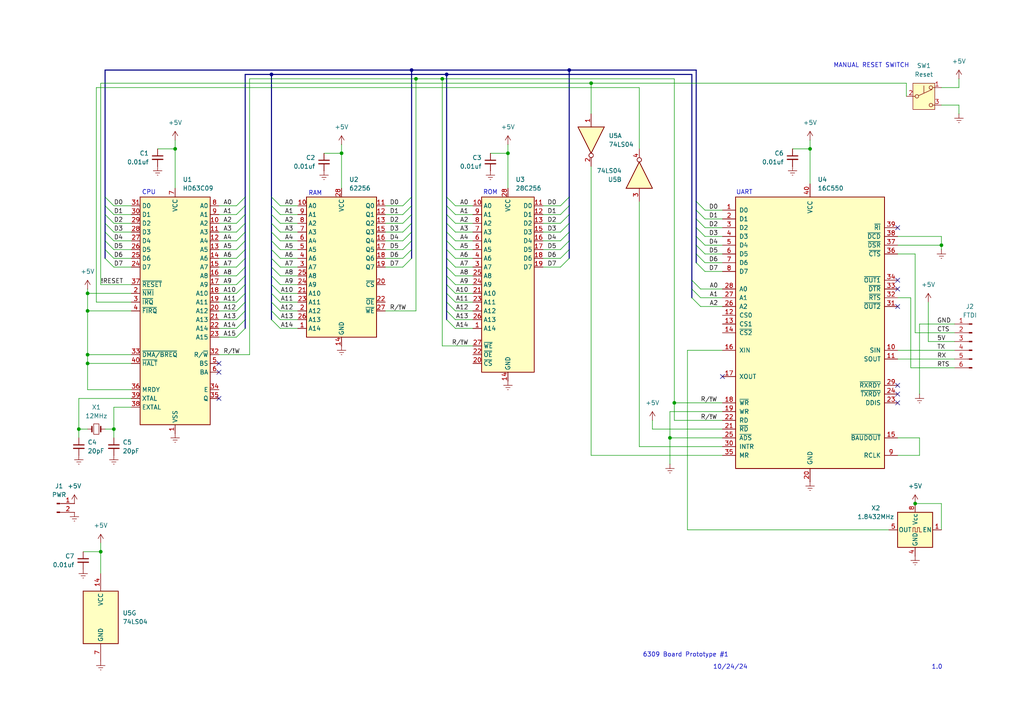
<source format=kicad_sch>
(kicad_sch (version 20231120) (generator "eeschema") (generator_version "8.0")
  (paper "A4")
  (lib_symbols
    (symbol "74xx:74LS04"
      (property "Reference" "U" (at 0 1.27 0))
      (property "Value" "74LS04" (at 0 -1.27 0))
      (symbol "74LS04_1_0"
        (pin input line (at -7.62 0 0) (length 3.81) (name "~") (number "1"))
        (pin output inverted (at 7.62 0 180) (length 3.81) (name "~") (number "2"))
      )
      (symbol "74LS04_2_0"
        (pin input line (at -7.62 0 0) (length 3.81) (name "~") (number "3"))
        (pin output inverted (at 7.62 0 180) (length 3.81) (name "~") (number "4"))
      )
      (symbol "74LS04_3_0"
        (pin input line (at -7.62 0 0) (length 3.81) (name "~") (number "5"))
        (pin output inverted (at 7.62 0 180) (length 3.81) (name "~") (number "6"))
      )
      (symbol "74LS04_4_0"
        (pin output inverted (at 7.62 0 180) (length 3.81) (name "~") (number "8"))
        (pin input line (at -7.62 0 0) (length 3.81) (name "~") (number "9"))
      )
      (symbol "74LS04_5_0"
        (pin output inverted (at 7.62 0 180) (length 3.81) (name "~") (number "10"))
        (pin input line (at -7.62 0 0) (length 3.81) (name "~") (number "11"))
      )
      (symbol "74LS04_6_0"
        (pin output inverted (at 7.62 0 180) (length 3.81) (name "~") (number "12"))
        (pin input line (at -7.62 0 0) (length 3.81) (name "~") (number "13"))
      )
      (symbol "74LS04_7_0"
        (pin power_in line (at 0 12.7 270) (length 5.08) (name "VCC") (number "14"))
        (pin power_in line (at 0 -12.7 90) (length 5.08) (name "GND") (number "7"))
      )
    )
    (symbol "CPU_NXP_6800:MC6809"
      (property "Reference" "U1" (at 2.1941 38.1 0))
      (property "Value" "HD63C09" (at 2.1941 35.56 0))
      (symbol "MC6809_1_1"
        (pin power_in line (at 0 -35.56 90) (length 2.54) (name "VSS") (number "1"))
        (pin output line (at 12.7 25.4 180) (length 2.54) (name "A2") (number "10"))
        (pin output line (at 12.7 22.86 180) (length 2.54) (name "A3") (number "11"))
        (pin output line (at 12.7 20.32 180) (length 2.54) (name "A4") (number "12"))
        (pin output line (at 12.7 17.78 180) (length 2.54) (name "A5") (number "13"))
        (pin output line (at 12.7 15.24 180) (length 2.54) (name "A6") (number "14"))
        (pin output line (at 12.7 12.7 180) (length 2.54) (name "A7") (number "15"))
        (pin output line (at 12.7 10.16 180) (length 2.54) (name "A8") (number "16"))
        (pin output line (at 12.7 7.62 180) (length 2.54) (name "A9") (number "17"))
        (pin output line (at 12.7 5.08 180) (length 2.54) (name "A10") (number "18"))
        (pin output line (at 12.7 2.54 180) (length 2.54) (name "A11") (number "19"))
        (pin input line (at -12.7 5.08 0) (length 2.54) (name "~{NMI}") (number "2"))
        (pin output line (at 12.7 0 180) (length 2.54) (name "A12") (number "20"))
        (pin output line (at 12.7 -2.54 180) (length 2.54) (name "A13") (number "21"))
        (pin output line (at 12.7 -5.08 180) (length 2.54) (name "A14") (number "22"))
        (pin output line (at 12.7 -7.62 180) (length 2.54) (name "A15") (number "23"))
        (pin bidirectional line (at -12.7 12.7 0) (length 2.54) (name "D7") (number "24"))
        (pin bidirectional line (at -12.7 15.24 0) (length 2.54) (name "D6") (number "25"))
        (pin bidirectional line (at -12.7 17.78 0) (length 2.54) (name "D5") (number "26"))
        (pin bidirectional line (at -12.7 20.32 0) (length 2.54) (name "D4") (number "27"))
        (pin bidirectional line (at -12.7 22.86 0) (length 2.54) (name "D3") (number "28"))
        (pin bidirectional line (at -12.7 25.4 0) (length 2.54) (name "D2") (number "29"))
        (pin input line (at -12.7 2.54 0) (length 2.54) (name "~{IRQ}") (number "3"))
        (pin bidirectional line (at -12.7 27.94 0) (length 2.54) (name "D1") (number "30"))
        (pin bidirectional line (at -12.7 30.48 0) (length 2.54) (name "D0") (number "31"))
        (pin output line (at 12.7 -12.7 180) (length 2.54) (name "R/~{W}") (number "32"))
        (pin input line (at -12.7 -12.7 0) (length 2.54) (name "~{DMA/BREQ}") (number "33"))
        (pin output line (at 12.7 -22.86 180) (length 2.54) (name "E") (number "34"))
        (pin output line (at 12.7 -25.4 180) (length 2.54) (name "Q") (number "35"))
        (pin input line (at -12.7 -22.86 0) (length 2.54) (name "MRDY") (number "36"))
        (pin input line (at -12.7 7.62 0) (length 2.54) (name "~{RESET}") (number "37"))
        (pin input line (at -12.7 -27.94 0) (length 2.54) (name "EXTAL") (number "38"))
        (pin input line (at -12.7 -25.4 0) (length 2.54) (name "XTAL") (number "39"))
        (pin input line (at -12.7 0 0) (length 2.54) (name "~{FIRQ}") (number "4"))
        (pin input line (at -12.7 -15.24 0) (length 2.54) (name "~{HALT}") (number "40"))
        (pin output line (at 12.7 -15.24 180) (length 2.54) (name "BS") (number "5"))
        (pin output line (at 12.7 -17.78 180) (length 2.54) (name "BA") (number "6"))
        (pin power_in line (at 0 35.56 270) (length 2.54) (name "VCC") (number "7"))
        (pin output line (at 12.7 30.48 180) (length 2.54) (name "A0") (number "8"))
        (pin output line (at 12.7 27.94 180) (length 2.54) (name "A1") (number "9"))
      )
    )
    (symbol "Connector:Conn_01x02_Pin" (pin_names (offset 1.016) hide)
      (property "Reference" "J" (at 0 2.54 0))
      (property "Value" "Conn_01x02_Pin" (at 0 -5.08 0))
      (symbol "Conn_01x02_Pin_1_1"
        (pin passive line (at 5.08 0 180) (length 3.81) (name "Pin_1") (number "1"))
        (pin passive line (at 5.08 -2.54 180) (length 3.81) (name "Pin_2") (number "2"))
      )
    )
    (symbol "Connector:Conn_01x06_Pin" (pin_names (offset 1.016) hide)
      (property "Reference" "J" (at 0 7.62 0))
      (property "Value" "Conn_01x06_Pin" (at 0 -10.16 0))
      (symbol "Conn_01x06_Pin_1_1"
        (pin passive line (at 5.08 5.08 180) (length 3.81) (name "Pin_1") (number "1"))
        (pin passive line (at 5.08 2.54 180) (length 3.81) (name "Pin_2") (number "2"))
        (pin passive line (at 5.08 0 180) (length 3.81) (name "Pin_3") (number "3"))
        (pin passive line (at 5.08 -2.54 180) (length 3.81) (name "Pin_4") (number "4"))
        (pin passive line (at 5.08 -5.08 180) (length 3.81) (name "Pin_5") (number "5"))
        (pin passive line (at 5.08 -7.62 180) (length 3.81) (name "Pin_6") (number "6"))
      )
    )
    (symbol "Device:C_Small" (pin_numbers hide) (pin_names (offset 0.254) hide)
      (property "Reference" "C" (at 0.254 1.778 0))
      (property "Value" "C_Small" (at 0.254 -2.032 0))
      (symbol "C_Small_1_1"
        (pin passive line (at 0 2.54 270) (length 2.032) (name "~") (number "1"))
        (pin passive line (at 0 -2.54 90) (length 2.032) (name "~") (number "2"))
      )
    )
    (symbol "Device:Crystal_Small" (pin_numbers hide) (pin_names (offset 1.016) hide)
      (property "Reference" "Y" (at 0 2.54 0))
      (property "Value" "Crystal_Small" (at 0 -2.54 0))
      (symbol "Crystal_Small_1_1"
        (pin passive line (at -2.54 0 0) (length 1.27) (name "1") (number "1"))
        (pin passive line (at 2.54 0 180) (length 1.27) (name "2") (number "2"))
      )
    )
    (symbol "Interface_UART:16550" (pin_names (offset 1.016))
      (property "Reference" "U4" (at 2.1941 44.45 0))
      (property "Value" "16C550" (at 2.1941 41.91 0))
      (symbol "16550_1_1"
        (pin bidirectional line (at -25.4 35.56 0) (length 3.81) (name "D0") (number "1"))
        (pin input line (at 25.4 -5.08 180) (length 3.81) (name "SIN") (number "10"))
        (pin output line (at 25.4 -7.62 180) (length 3.81) (name "SOUT") (number "11"))
        (pin input line (at -25.4 5.08 0) (length 3.81) (name "CS0") (number "12"))
        (pin input line (at -25.4 2.54 0) (length 3.81) (name "CS1") (number "13"))
        (pin input line (at -25.4 0 0) (length 3.81) (name "~{CS2}") (number "14"))
        (pin output line (at 25.4 -30.48 180) (length 3.81) (name "~{BAUDOUT}") (number "15"))
        (pin input line (at -25.4 -5.08 0) (length 3.81) (name "XIN") (number "16"))
        (pin output line (at -25.4 -12.7 0) (length 3.81) (name "XOUT") (number "17"))
        (pin input line (at -25.4 -20.32 0) (length 3.81) (name "~{WR}") (number "18"))
        (pin input line (at -25.4 -22.86 0) (length 3.81) (name "WR") (number "19"))
        (pin bidirectional line (at -25.4 33.02 0) (length 3.81) (name "D1") (number "2"))
        (pin power_in line (at 0 -43.18 90) (length 3.81) (name "GND") (number "20"))
        (pin input line (at -25.4 -27.94 0) (length 3.81) (name "~{RD}") (number "21"))
        (pin input line (at -25.4 -25.4 0) (length 3.81) (name "RD") (number "22"))
        (pin output line (at 25.4 -20.32 180) (length 3.81) (name "DDIS") (number "23"))
        (pin output line (at 25.4 -17.78 180) (length 3.81) (name "~{TXRDY}") (number "24"))
        (pin input line (at -25.4 -30.48 0) (length 3.81) (name "~{ADS}") (number "25"))
        (pin input line (at -25.4 7.62 0) (length 3.81) (name "A2") (number "26"))
        (pin input line (at -25.4 10.16 0) (length 3.81) (name "A1") (number "27"))
        (pin input line (at -25.4 12.7 0) (length 3.81) (name "A0") (number "28"))
        (pin output line (at 25.4 -15.24 180) (length 3.81) (name "~{RXRDY}") (number "29"))
        (pin bidirectional line (at -25.4 30.48 0) (length 3.81) (name "D2") (number "3"))
        (pin output line (at -25.4 -33.02 0) (length 3.81) (name "INTR") (number "30"))
        (pin output line (at 25.4 7.62 180) (length 3.81) (name "~{OUT2}") (number "31"))
        (pin output line (at 25.4 10.16 180) (length 3.81) (name "~{RTS}") (number "32"))
        (pin output line (at 25.4 12.7 180) (length 3.81) (name "~{DTR}") (number "33"))
        (pin output line (at 25.4 15.24 180) (length 3.81) (name "~{OUT1}") (number "34"))
        (pin input line (at -25.4 -35.56 0) (length 3.81) (name "MR") (number "35"))
        (pin input line (at 25.4 22.86 180) (length 3.81) (name "~{CTS}") (number "36"))
        (pin input line (at 25.4 25.4 180) (length 3.81) (name "~{DSR}") (number "37"))
        (pin input line (at 25.4 27.94 180) (length 3.81) (name "~{DCD}") (number "38"))
        (pin input line (at 25.4 30.48 180) (length 3.81) (name "~{RI}") (number "39"))
        (pin bidirectional line (at -25.4 27.94 0) (length 3.81) (name "D3") (number "4"))
        (pin power_in line (at 0 43.18 270) (length 3.81) (name "VCC") (number "40"))
        (pin bidirectional line (at -25.4 25.4 0) (length 3.81) (name "D4") (number "5"))
        (pin bidirectional line (at -25.4 22.86 0) (length 3.81) (name "D5") (number "6"))
        (pin bidirectional line (at -25.4 20.32 0) (length 3.81) (name "D6") (number "7"))
        (pin bidirectional line (at -25.4 17.78 0) (length 3.81) (name "D7") (number "8"))
        (pin input line (at 25.4 -35.56 180) (length 3.81) (name "RCLK") (number "9"))
      )
    )
    (symbol "Memory_EEPROM:28C256"
      (property "Reference" "U" (at -7.62 26.67 0))
      (property "Value" "28C256" (at 2.54 -26.67 0))
      (symbol "28C256_1_1"
        (pin input line (at -10.16 -12.7 0) (length 2.54) (name "A14") (number "1"))
        (pin input line (at -10.16 22.86 0) (length 2.54) (name "A0") (number "10"))
        (pin tri_state line (at 10.16 22.86 180) (length 2.54) (name "D0") (number "11"))
        (pin tri_state line (at 10.16 20.32 180) (length 2.54) (name "D1") (number "12"))
        (pin tri_state line (at 10.16 17.78 180) (length 2.54) (name "D2") (number "13"))
        (pin power_in line (at 0 -27.94 90) (length 2.54) (name "GND") (number "14"))
        (pin tri_state line (at 10.16 15.24 180) (length 2.54) (name "D3") (number "15"))
        (pin tri_state line (at 10.16 12.7 180) (length 2.54) (name "D4") (number "16"))
        (pin tri_state line (at 10.16 10.16 180) (length 2.54) (name "D5") (number "17"))
        (pin tri_state line (at 10.16 7.62 180) (length 2.54) (name "D6") (number "18"))
        (pin tri_state line (at 10.16 5.08 180) (length 2.54) (name "D7") (number "19"))
        (pin input line (at -10.16 -7.62 0) (length 2.54) (name "A12") (number "2"))
        (pin input line (at -10.16 -22.86 0) (length 2.54) (name "~{CS}") (number "20"))
        (pin input line (at -10.16 -2.54 0) (length 2.54) (name "A10") (number "21"))
        (pin input line (at -10.16 -20.32 0) (length 2.54) (name "~{OE}") (number "22"))
        (pin input line (at -10.16 -5.08 0) (length 2.54) (name "A11") (number "23"))
        (pin input line (at -10.16 0 0) (length 2.54) (name "A9") (number "24"))
        (pin input line (at -10.16 2.54 0) (length 2.54) (name "A8") (number "25"))
        (pin input line (at -10.16 -10.16 0) (length 2.54) (name "A13") (number "26"))
        (pin input line (at -10.16 -17.78 0) (length 2.54) (name "~{WE}") (number "27"))
        (pin power_in line (at 0 27.94 270) (length 2.54) (name "VCC") (number "28"))
        (pin input line (at -10.16 5.08 0) (length 2.54) (name "A7") (number "3"))
        (pin input line (at -10.16 7.62 0) (length 2.54) (name "A6") (number "4"))
        (pin input line (at -10.16 10.16 0) (length 2.54) (name "A5") (number "5"))
        (pin input line (at -10.16 12.7 0) (length 2.54) (name "A4") (number "6"))
        (pin input line (at -10.16 15.24 0) (length 2.54) (name "A3") (number "7"))
        (pin input line (at -10.16 17.78 0) (length 2.54) (name "A2") (number "8"))
        (pin input line (at -10.16 20.32 0) (length 2.54) (name "A1") (number "9"))
      )
    )
    (symbol "Memory_RAM:KM62256CLP"
      (property "Reference" "U" (at -10.16 20.955 0))
      (property "Value" "KM62256CLP" (at 2.54 20.955 0))
      (symbol "KM62256CLP_0_0"
        (pin power_in line (at 0 -22.86 90) (length 2.54) (name "GND") (number "14"))
        (pin power_in line (at 0 22.86 270) (length 2.54) (name "VCC") (number "28"))
      )
      (symbol "KM62256CLP_1_1"
        (pin input line (at -12.7 -17.78 0) (length 2.54) (name "A14") (number "1"))
        (pin input line (at -12.7 17.78 0) (length 2.54) (name "A0") (number "10"))
        (pin tri_state line (at 12.7 17.78 180) (length 2.54) (name "Q0") (number "11"))
        (pin tri_state line (at 12.7 15.24 180) (length 2.54) (name "Q1") (number "12"))
        (pin tri_state line (at 12.7 12.7 180) (length 2.54) (name "Q2") (number "13"))
        (pin tri_state line (at 12.7 10.16 180) (length 2.54) (name "Q3") (number "15"))
        (pin tri_state line (at 12.7 7.62 180) (length 2.54) (name "Q4") (number "16"))
        (pin tri_state line (at 12.7 5.08 180) (length 2.54) (name "Q5") (number "17"))
        (pin tri_state line (at 12.7 2.54 180) (length 2.54) (name "Q6") (number "18"))
        (pin tri_state line (at 12.7 0 180) (length 2.54) (name "Q7") (number "19"))
        (pin input line (at -12.7 -12.7 0) (length 2.54) (name "A12") (number "2"))
        (pin input line (at 12.7 -5.08 180) (length 2.54) (name "~{CS}") (number "20"))
        (pin input line (at -12.7 -7.62 0) (length 2.54) (name "A10") (number "21"))
        (pin input line (at 12.7 -10.16 180) (length 2.54) (name "~{OE}") (number "22"))
        (pin input line (at -12.7 -10.16 0) (length 2.54) (name "A11") (number "23"))
        (pin input line (at -12.7 -5.08 0) (length 2.54) (name "A9") (number "24"))
        (pin input line (at -12.7 -2.54 0) (length 2.54) (name "A8") (number "25"))
        (pin input line (at -12.7 -15.24 0) (length 2.54) (name "A13") (number "26"))
        (pin input line (at 12.7 -12.7 180) (length 2.54) (name "~{WE}") (number "27"))
        (pin input line (at -12.7 0 0) (length 2.54) (name "A7") (number "3"))
        (pin input line (at -12.7 2.54 0) (length 2.54) (name "A6") (number "4"))
        (pin input line (at -12.7 5.08 0) (length 2.54) (name "A5") (number "5"))
        (pin input line (at -12.7 7.62 0) (length 2.54) (name "A4") (number "6"))
        (pin input line (at -12.7 10.16 0) (length 2.54) (name "A3") (number "7"))
        (pin input line (at -12.7 12.7 0) (length 2.54) (name "A2") (number "8"))
        (pin input line (at -12.7 15.24 0) (length 2.54) (name "A1") (number "9"))
      )
    )
    (symbol "Oscillator:CXO_DIP8" (pin_names (offset 0.254))
      (property "Reference" "X" (at -5.08 6.35 0))
      (property "Value" "CXO_DIP8" (at 1.27 -6.35 0))
      (symbol "CXO_DIP8_1_1"
        (pin input line (at -7.62 0 0) (length 2.54) (name "EN") (number "1"))
        (pin power_in line (at 0 -7.62 90) (length 2.54) (name "GND") (number "4"))
        (pin output line (at 7.62 0 180) (length 2.54) (name "OUT") (number "5"))
        (pin power_in line (at 0 7.62 270) (length 2.54) (name "Vcc") (number "8"))
      )
    )
    (symbol "Switch:SW_Push_SPDT" (pin_names (offset 0) hide)
      (property "Reference" "SW" (at 0 5.08 0))
      (property "Value" "SW_Push_SPDT" (at 0 -5.08 0))
      (symbol "SW_Push_SPDT_1_1"
        (pin passive line (at 5.08 2.54 180) (length 2.54) (name "A") (number "1"))
        (pin passive line (at -5.08 0 0) (length 2.54) (name "B") (number "2"))
        (pin passive line (at 5.08 -2.54 180) (length 2.54) (name "C") (number "3"))
      )
    )
    (symbol "power:+5V" (power) (pin_numbers hide) (pin_names (offset 0) hide)
      (property "Value" "+5V" (at 0 3.556 0))
      (symbol "+5V_1_1"
        (pin power_in line (at 0 0 90) (length 0) (name "~") (number "1"))
      )
    )
    (symbol "power:GNDREF" (power) (pin_numbers hide) (pin_names (offset 0) hide)
      (property "Value" "GNDREF" (at 0 -3.81 0))
      (symbol "GNDREF_1_1"
        (pin power_in line (at 0 0 270) (length 0) (name "~") (number "1"))
      )
    )
  )
  (junction (at 147.32 44.45))
  (junction (at 78.74 21.59))
  (junction (at 99.06 44.45))
  (junction (at 25.4 105.41))
  (junction (at 25.4 90.17))
  (junction (at 25.4 102.87))
  (junction (at 234.95 43.18))
  (junction (at 120.65 22.86))
  (junction (at 33.02 124.46))
  (junction (at 195.58 116.84))
  (junction (at 128.27 22.86))
  (junction (at 129.54 21.59))
  (junction (at 171.45 24.13))
  (junction (at 265.43 146.05))
  (junction (at 22.86 124.46))
  (junction (at 165.1 20.32))
  (junction (at 194.31 127))
  (junction (at 50.8 43.18))
  (junction (at 119.38 20.32))
  (junction (at 273.05 71.12))
  (junction (at 29.21 160.02))
  (junction (at 25.4 85.09))
  (no_connect (at 260.35 88.9))
  (no_connect (at 63.5 107.95))
  (no_connect (at 260.35 83.82))
  (no_connect (at 260.35 111.76))
  (no_connect (at 260.35 66.04))
  (no_connect (at 209.55 109.22))
  (no_connect (at 260.35 81.28))
  (no_connect (at 260.35 116.84))
  (no_connect (at 63.5 105.41))
  (no_connect (at 260.35 114.3))
  (no_connect (at 63.5 115.57))
  (bus_entry (at 71.12 87.63) (size -2.54 2.54))
  (bus_entry (at 200.66 81.28) (size 2.54 2.54))
  (bus_entry (at 201.93 60.96) (size 2.54 2.54))
  (bus_entry (at 165.1 69.85) (size -2.54 2.54))
  (bus_entry (at 201.93 68.58) (size 2.54 2.54))
  (bus_entry (at 71.12 74.93) (size -2.54 2.54))
  (bus_entry (at 78.74 57.15) (size 2.54 2.54))
  (bus_entry (at 71.12 77.47) (size -2.54 2.54))
  (bus_entry (at 129.54 57.15) (size 2.54 2.54))
  (bus_entry (at 71.12 72.39) (size -2.54 2.54))
  (bus_entry (at 201.93 73.66) (size 2.54 2.54))
  (bus_entry (at 30.48 59.69) (size 2.54 2.54))
  (bus_entry (at 78.74 62.23) (size 2.54 2.54))
  (bus_entry (at 71.12 82.55) (size -2.54 2.54))
  (bus_entry (at 129.54 74.93) (size 2.54 2.54))
  (bus_entry (at 201.93 66.04) (size 2.54 2.54))
  (bus_entry (at 119.38 69.85) (size -2.54 2.54))
  (bus_entry (at 30.48 74.93) (size 2.54 2.54))
  (bus_entry (at 165.1 59.69) (size -2.54 2.54))
  (bus_entry (at 71.12 67.31) (size -2.54 2.54))
  (bus_entry (at 30.48 69.85) (size 2.54 2.54))
  (bus_entry (at 71.12 92.71) (size -2.54 2.54))
  (bus_entry (at 119.38 62.23) (size -2.54 2.54))
  (bus_entry (at 78.74 77.47) (size 2.54 2.54))
  (bus_entry (at 129.54 80.01) (size 2.54 2.54))
  (bus_entry (at 129.54 59.69) (size 2.54 2.54))
  (bus_entry (at 78.74 80.01) (size 2.54 2.54))
  (bus_entry (at 201.93 71.12) (size 2.54 2.54))
  (bus_entry (at 201.93 76.2) (size 2.54 2.54))
  (bus_entry (at 78.74 59.69) (size 2.54 2.54))
  (bus_entry (at 200.66 86.36) (size 2.54 2.54))
  (bus_entry (at 78.74 72.39) (size 2.54 2.54))
  (bus_entry (at 30.48 67.31) (size 2.54 2.54))
  (bus_entry (at 165.1 62.23) (size -2.54 2.54))
  (bus_entry (at 129.54 92.71) (size 2.54 2.54))
  (bus_entry (at 129.54 87.63) (size 2.54 2.54))
  (bus_entry (at 71.12 59.69) (size -2.54 2.54))
  (bus_entry (at 78.74 90.17) (size 2.54 2.54))
  (bus_entry (at 201.93 63.5) (size 2.54 2.54))
  (bus_entry (at 119.38 72.39) (size -2.54 2.54))
  (bus_entry (at 165.1 57.15) (size -2.54 2.54))
  (bus_entry (at 165.1 74.93) (size -2.54 2.54))
  (bus_entry (at 78.74 64.77) (size 2.54 2.54))
  (bus_entry (at 165.1 64.77) (size -2.54 2.54))
  (bus_entry (at 129.54 67.31) (size 2.54 2.54))
  (bus_entry (at 119.38 57.15) (size -2.54 2.54))
  (bus_entry (at 201.93 58.42) (size 2.54 2.54))
  (bus_entry (at 78.74 87.63) (size 2.54 2.54))
  (bus_entry (at 71.12 90.17) (size -2.54 2.54))
  (bus_entry (at 129.54 82.55) (size 2.54 2.54))
  (bus_entry (at 129.54 64.77) (size 2.54 2.54))
  (bus_entry (at 129.54 62.23) (size 2.54 2.54))
  (bus_entry (at 119.38 74.93) (size -2.54 2.54))
  (bus_entry (at 78.74 67.31) (size 2.54 2.54))
  (bus_entry (at 71.12 69.85) (size -2.54 2.54))
  (bus_entry (at 71.12 80.01) (size -2.54 2.54))
  (bus_entry (at 71.12 64.77) (size -2.54 2.54))
  (bus_entry (at 129.54 69.85) (size 2.54 2.54))
  (bus_entry (at 129.54 90.17) (size 2.54 2.54))
  (bus_entry (at 71.12 62.23) (size -2.54 2.54))
  (bus_entry (at 129.54 77.47) (size 2.54 2.54))
  (bus_entry (at 30.48 62.23) (size 2.54 2.54))
  (bus_entry (at 71.12 57.15) (size -2.54 2.54))
  (bus_entry (at 30.48 64.77) (size 2.54 2.54))
  (bus_entry (at 165.1 67.31) (size -2.54 2.54))
  (bus_entry (at 200.66 83.82) (size 2.54 2.54))
  (bus_entry (at 30.48 72.39) (size 2.54 2.54))
  (bus_entry (at 119.38 64.77) (size -2.54 2.54))
  (bus_entry (at 119.38 67.31) (size -2.54 2.54))
  (bus_entry (at 78.74 85.09) (size 2.54 2.54))
  (bus_entry (at 129.54 72.39) (size 2.54 2.54))
  (bus_entry (at 129.54 85.09) (size 2.54 2.54))
  (bus_entry (at 78.74 69.85) (size 2.54 2.54))
  (bus_entry (at 30.48 57.15) (size 2.54 2.54))
  (bus_entry (at 78.74 82.55) (size 2.54 2.54))
  (bus_entry (at 165.1 72.39) (size -2.54 2.54))
  (bus_entry (at 78.74 74.93) (size 2.54 2.54))
  (bus_entry (at 119.38 59.69) (size -2.54 2.54))
  (bus_entry (at 71.12 85.09) (size -2.54 2.54))
  (bus_entry (at 71.12 95.25) (size -2.54 2.54))
  (bus_entry (at 78.74 92.71) (size 2.54 2.54))
  (bus (pts (xy 71.12 82.55) (xy 71.12 85.09)))
  (wire (pts (xy 33.02 77.47) (xy 38.1 77.47)))
  (bus (pts (xy 78.74 74.93) (xy 78.74 77.47)))
  (bus (pts (xy 119.38 20.32) (xy 165.1 20.32)))
  (wire (pts (xy 194.31 127) (xy 194.31 134.62)))
  (wire (pts (xy 25.4 90.17) (xy 38.1 90.17)))
  (wire (pts (xy 185.42 58.42) (xy 185.42 129.54)))
  (wire (pts (xy 132.08 67.31) (xy 137.16 67.31)))
  (wire (pts (xy 63.5 102.87) (xy 72.39 102.87)))
  (wire (pts (xy 81.28 85.09) (xy 86.36 85.09)))
  (wire (pts (xy 33.02 64.77) (xy 38.1 64.77)))
  (wire (pts (xy 68.58 74.93) (xy 63.5 74.93)))
  (bus (pts (xy 201.93 71.12) (xy 201.93 73.66)))
  (bus (pts (xy 200.66 81.28) (xy 200.66 83.82)))
  (bus (pts (xy 165.1 69.85) (xy 165.1 72.39)))
  (wire (pts (xy 265.43 96.52) (xy 265.43 73.66)))
  (wire (pts (xy 264.16 106.68) (xy 276.86 106.68)))
  (bus (pts (xy 71.12 59.69) (xy 71.12 62.23)))
  (wire (pts (xy 234.95 43.18) (xy 234.95 40.64)))
  (wire (pts (xy 30.48 124.46) (xy 33.02 124.46)))
  (wire (pts (xy 204.47 78.74) (xy 209.55 78.74)))
  (wire (pts (xy 132.08 80.01) (xy 137.16 80.01)))
  (wire (pts (xy 260.35 86.36) (xy 264.16 86.36)))
  (wire (pts (xy 194.31 119.38) (xy 209.55 119.38)))
  (wire (pts (xy 185.42 129.54) (xy 209.55 129.54)))
  (wire (pts (xy 99.06 44.45) (xy 99.06 54.61)))
  (wire (pts (xy 262.89 24.13) (xy 262.89 27.94)))
  (wire (pts (xy 116.84 69.85) (xy 111.76 69.85)))
  (wire (pts (xy 25.4 83.82) (xy 25.4 85.09)))
  (wire (pts (xy 81.28 95.25) (xy 86.36 95.25)))
  (wire (pts (xy 132.08 64.77) (xy 137.16 64.77)))
  (wire (pts (xy 68.58 82.55) (xy 63.5 82.55)))
  (bus (pts (xy 78.74 82.55) (xy 78.74 85.09)))
  (wire (pts (xy 24.13 160.02) (xy 29.21 160.02)))
  (wire (pts (xy 269.24 99.06) (xy 276.86 99.06)))
  (wire (pts (xy 33.02 124.46) (xy 33.02 127)))
  (wire (pts (xy 50.8 43.18) (xy 50.8 40.64)))
  (bus (pts (xy 71.12 90.17) (xy 71.12 92.71)))
  (bus (pts (xy 78.74 21.59) (xy 78.74 57.15)))
  (wire (pts (xy 162.56 72.39) (xy 157.48 72.39)))
  (wire (pts (xy 29.21 82.55) (xy 38.1 82.55)))
  (wire (pts (xy 33.02 124.46) (xy 33.02 118.11)))
  (wire (pts (xy 111.76 90.17) (xy 120.65 90.17)))
  (wire (pts (xy 132.08 77.47) (xy 137.16 77.47)))
  (bus (pts (xy 71.12 67.31) (xy 71.12 69.85)))
  (wire (pts (xy 116.84 64.77) (xy 111.76 64.77)))
  (wire (pts (xy 29.21 24.13) (xy 29.21 82.55)))
  (wire (pts (xy 68.58 97.79) (xy 63.5 97.79)))
  (wire (pts (xy 229.87 43.18) (xy 234.95 43.18)))
  (wire (pts (xy 204.47 73.66) (xy 209.55 73.66)))
  (bus (pts (xy 129.54 72.39) (xy 129.54 74.93)))
  (wire (pts (xy 33.02 59.69) (xy 38.1 59.69)))
  (wire (pts (xy 99.06 44.45) (xy 99.06 41.91)))
  (bus (pts (xy 201.93 58.42) (xy 201.93 60.96)))
  (wire (pts (xy 260.35 104.14) (xy 276.86 104.14)))
  (wire (pts (xy 22.86 115.57) (xy 22.86 124.46)))
  (bus (pts (xy 165.1 62.23) (xy 165.1 64.77)))
  (wire (pts (xy 81.28 90.17) (xy 86.36 90.17)))
  (bus (pts (xy 165.1 67.31) (xy 165.1 69.85)))
  (bus (pts (xy 119.38 69.85) (xy 119.38 72.39)))
  (wire (pts (xy 276.86 93.98) (xy 266.7 93.98)))
  (bus (pts (xy 78.74 57.15) (xy 78.74 59.69)))
  (wire (pts (xy 132.08 82.55) (xy 137.16 82.55)))
  (wire (pts (xy 81.28 62.23) (xy 86.36 62.23)))
  (wire (pts (xy 204.47 71.12) (xy 209.55 71.12)))
  (wire (pts (xy 194.31 119.38) (xy 194.31 127)))
  (wire (pts (xy 189.23 121.92) (xy 189.23 124.46)))
  (wire (pts (xy 38.1 115.57) (xy 22.86 115.57)))
  (wire (pts (xy 204.47 68.58) (xy 209.55 68.58)))
  (bus (pts (xy 129.54 85.09) (xy 129.54 87.63)))
  (wire (pts (xy 195.58 22.86) (xy 195.58 116.84)))
  (wire (pts (xy 265.43 73.66) (xy 260.35 73.66)))
  (wire (pts (xy 209.55 116.84) (xy 195.58 116.84)))
  (bus (pts (xy 71.12 87.63) (xy 71.12 90.17)))
  (wire (pts (xy 38.1 113.03) (xy 25.4 113.03)))
  (wire (pts (xy 33.02 74.93) (xy 38.1 74.93)))
  (wire (pts (xy 25.4 105.41) (xy 38.1 105.41)))
  (wire (pts (xy 185.42 25.4) (xy 185.42 43.18)))
  (wire (pts (xy 72.39 22.86) (xy 72.39 102.87)))
  (bus (pts (xy 201.93 20.32) (xy 165.1 20.32)))
  (wire (pts (xy 162.56 74.93) (xy 157.48 74.93)))
  (bus (pts (xy 129.54 64.77) (xy 129.54 67.31)))
  (wire (pts (xy 204.47 63.5) (xy 209.55 63.5)))
  (wire (pts (xy 273.05 72.39) (xy 273.05 71.12)))
  (wire (pts (xy 50.8 54.61) (xy 50.8 43.18)))
  (bus (pts (xy 71.12 72.39) (xy 71.12 74.93)))
  (bus (pts (xy 30.48 69.85) (xy 30.48 72.39)))
  (wire (pts (xy 72.39 22.86) (xy 120.65 22.86)))
  (bus (pts (xy 201.93 73.66) (xy 201.93 76.2)))
  (wire (pts (xy 68.58 92.71) (xy 63.5 92.71)))
  (wire (pts (xy 81.28 64.77) (xy 86.36 64.77)))
  (bus (pts (xy 165.1 57.15) (xy 165.1 59.69)))
  (wire (pts (xy 199.39 101.6) (xy 199.39 153.67)))
  (bus (pts (xy 78.74 72.39) (xy 78.74 74.93)))
  (wire (pts (xy 260.35 101.6) (xy 276.86 101.6)))
  (wire (pts (xy 276.86 96.52) (xy 265.43 96.52)))
  (bus (pts (xy 71.12 74.93) (xy 71.12 77.47)))
  (wire (pts (xy 273.05 68.58) (xy 273.05 71.12)))
  (wire (pts (xy 68.58 85.09) (xy 63.5 85.09)))
  (wire (pts (xy 273.05 146.05) (xy 273.05 153.67)))
  (wire (pts (xy 204.47 76.2) (xy 209.55 76.2)))
  (bus (pts (xy 78.74 62.23) (xy 78.74 64.77)))
  (wire (pts (xy 29.21 160.02) (xy 29.21 157.48)))
  (wire (pts (xy 203.2 86.36) (xy 209.55 86.36)))
  (bus (pts (xy 78.74 80.01) (xy 78.74 82.55)))
  (wire (pts (xy 195.58 116.84) (xy 195.58 121.92)))
  (wire (pts (xy 147.32 44.45) (xy 147.32 41.91)))
  (wire (pts (xy 81.28 69.85) (xy 86.36 69.85)))
  (wire (pts (xy 128.27 100.33) (xy 128.27 22.86)))
  (wire (pts (xy 132.08 62.23) (xy 137.16 62.23)))
  (bus (pts (xy 78.74 85.09) (xy 78.74 87.63)))
  (wire (pts (xy 162.56 62.23) (xy 157.48 62.23)))
  (wire (pts (xy 195.58 121.92) (xy 209.55 121.92)))
  (wire (pts (xy 273.05 25.4) (xy 278.13 25.4)))
  (wire (pts (xy 203.2 88.9) (xy 209.55 88.9)))
  (bus (pts (xy 30.48 72.39) (xy 30.48 74.93)))
  (wire (pts (xy 68.58 77.47) (xy 63.5 77.47)))
  (bus (pts (xy 119.38 67.31) (xy 119.38 69.85)))
  (wire (pts (xy 204.47 66.04) (xy 209.55 66.04)))
  (wire (pts (xy 68.58 62.23) (xy 63.5 62.23)))
  (bus (pts (xy 78.74 69.85) (xy 78.74 72.39)))
  (wire (pts (xy 266.7 127) (xy 266.7 132.08)))
  (wire (pts (xy 132.08 59.69) (xy 137.16 59.69)))
  (bus (pts (xy 30.48 20.32) (xy 30.48 57.15)))
  (bus (pts (xy 129.54 69.85) (xy 129.54 72.39)))
  (wire (pts (xy 81.28 82.55) (xy 86.36 82.55)))
  (wire (pts (xy 81.28 80.01) (xy 86.36 80.01)))
  (bus (pts (xy 78.74 77.47) (xy 78.74 80.01)))
  (wire (pts (xy 128.27 22.86) (xy 120.65 22.86)))
  (wire (pts (xy 22.86 124.46) (xy 25.4 124.46)))
  (wire (pts (xy 273.05 30.48) (xy 278.13 30.48)))
  (bus (pts (xy 200.66 21.59) (xy 200.66 81.28)))
  (bus (pts (xy 201.93 63.5) (xy 201.93 66.04)))
  (wire (pts (xy 116.84 67.31) (xy 111.76 67.31)))
  (wire (pts (xy 162.56 64.77) (xy 157.48 64.77)))
  (wire (pts (xy 132.08 92.71) (xy 137.16 92.71)))
  (wire (pts (xy 116.84 72.39) (xy 111.76 72.39)))
  (wire (pts (xy 147.32 44.45) (xy 147.32 54.61)))
  (wire (pts (xy 234.95 43.18) (xy 234.95 53.34)))
  (wire (pts (xy 132.08 72.39) (xy 137.16 72.39)))
  (bus (pts (xy 78.74 87.63) (xy 78.74 90.17)))
  (bus (pts (xy 119.38 62.23) (xy 119.38 64.77)))
  (wire (pts (xy 25.4 85.09) (xy 38.1 85.09)))
  (wire (pts (xy 29.21 24.13) (xy 171.45 24.13)))
  (bus (pts (xy 71.12 64.77) (xy 71.12 67.31)))
  (bus (pts (xy 201.93 60.96) (xy 201.93 63.5)))
  (bus (pts (xy 129.54 59.69) (xy 129.54 62.23)))
  (bus (pts (xy 119.38 64.77) (xy 119.38 67.31)))
  (bus (pts (xy 78.74 64.77) (xy 78.74 67.31)))
  (bus (pts (xy 119.38 57.15) (xy 119.38 59.69)))
  (wire (pts (xy 266.7 93.98) (xy 266.7 114.3)))
  (bus (pts (xy 78.74 67.31) (xy 78.74 69.85)))
  (wire (pts (xy 278.13 30.48) (xy 278.13 33.02)))
  (wire (pts (xy 257.81 153.67) (xy 199.39 153.67)))
  (wire (pts (xy 132.08 69.85) (xy 137.16 69.85)))
  (bus (pts (xy 165.1 64.77) (xy 165.1 67.31)))
  (wire (pts (xy 45.72 43.18) (xy 50.8 43.18)))
  (wire (pts (xy 162.56 67.31) (xy 157.48 67.31)))
  (bus (pts (xy 201.93 20.32) (xy 201.93 58.42)))
  (bus (pts (xy 71.12 62.23) (xy 71.12 64.77)))
  (wire (pts (xy 132.08 87.63) (xy 137.16 87.63)))
  (wire (pts (xy 264.16 86.36) (xy 264.16 106.68)))
  (bus (pts (xy 165.1 72.39) (xy 165.1 74.93)))
  (wire (pts (xy 189.23 124.46) (xy 209.55 124.46)))
  (wire (pts (xy 81.28 59.69) (xy 86.36 59.69)))
  (bus (pts (xy 78.74 59.69) (xy 78.74 62.23)))
  (bus (pts (xy 200.66 83.82) (xy 200.66 86.36)))
  (bus (pts (xy 71.12 80.01) (xy 71.12 82.55)))
  (wire (pts (xy 33.02 62.23) (xy 38.1 62.23)))
  (wire (pts (xy 81.28 87.63) (xy 86.36 87.63)))
  (wire (pts (xy 81.28 67.31) (xy 86.36 67.31)))
  (bus (pts (xy 129.54 77.47) (xy 129.54 80.01)))
  (bus (pts (xy 165.1 59.69) (xy 165.1 62.23)))
  (bus (pts (xy 129.54 90.17) (xy 129.54 92.71)))
  (wire (pts (xy 203.2 83.82) (xy 209.55 83.82)))
  (wire (pts (xy 25.4 102.87) (xy 25.4 90.17)))
  (bus (pts (xy 119.38 20.32) (xy 119.38 57.15)))
  (wire (pts (xy 22.86 124.46) (xy 22.86 127)))
  (wire (pts (xy 116.84 62.23) (xy 111.76 62.23)))
  (bus (pts (xy 30.48 62.23) (xy 30.48 64.77)))
  (wire (pts (xy 194.31 127) (xy 209.55 127)))
  (wire (pts (xy 116.84 77.47) (xy 111.76 77.47)))
  (wire (pts (xy 25.4 105.41) (xy 25.4 102.87)))
  (bus (pts (xy 129.54 80.01) (xy 129.54 82.55)))
  (bus (pts (xy 129.54 67.31) (xy 129.54 69.85)))
  (wire (pts (xy 81.28 74.93) (xy 86.36 74.93)))
  (wire (pts (xy 81.28 92.71) (xy 86.36 92.71)))
  (bus (pts (xy 129.54 82.55) (xy 129.54 85.09)))
  (wire (pts (xy 68.58 72.39) (xy 63.5 72.39)))
  (wire (pts (xy 120.65 22.86) (xy 120.65 90.17)))
  (bus (pts (xy 119.38 72.39) (xy 119.38 74.93)))
  (wire (pts (xy 199.39 101.6) (xy 209.55 101.6)))
  (wire (pts (xy 171.45 132.08) (xy 209.55 132.08)))
  (wire (pts (xy 25.4 85.09) (xy 25.4 90.17)))
  (wire (pts (xy 68.58 87.63) (xy 63.5 87.63)))
  (wire (pts (xy 171.45 24.13) (xy 171.45 33.02)))
  (wire (pts (xy 128.27 100.33) (xy 137.16 100.33)))
  (wire (pts (xy 209.55 60.96) (xy 204.47 60.96)))
  (wire (pts (xy 25.4 113.03) (xy 25.4 105.41)))
  (wire (pts (xy 111.76 59.69) (xy 116.84 59.69)))
  (wire (pts (xy 128.27 22.86) (xy 195.58 22.86)))
  (wire (pts (xy 171.45 132.08) (xy 171.45 48.26)))
  (wire (pts (xy 81.28 72.39) (xy 86.36 72.39)))
  (wire (pts (xy 33.02 118.11) (xy 38.1 118.11)))
  (bus (pts (xy 71.12 57.15) (xy 71.12 21.59)))
  (wire (pts (xy 142.24 44.45) (xy 147.32 44.45)))
  (bus (pts (xy 71.12 57.15) (xy 71.12 59.69)))
  (wire (pts (xy 116.84 74.93) (xy 111.76 74.93)))
  (bus (pts (xy 129.54 21.59) (xy 200.66 21.59)))
  (wire (pts (xy 132.08 95.25) (xy 137.16 95.25)))
  (wire (pts (xy 269.24 87.63) (xy 269.24 99.06)))
  (wire (pts (xy 68.58 59.69) (xy 63.5 59.69)))
  (wire (pts (xy 132.08 85.09) (xy 137.16 85.09)))
  (bus (pts (xy 30.48 59.69) (xy 30.48 62.23)))
  (wire (pts (xy 33.02 67.31) (xy 38.1 67.31)))
  (bus (pts (xy 78.74 21.59) (xy 129.54 21.59)))
  (wire (pts (xy 33.02 69.85) (xy 38.1 69.85)))
  (bus (pts (xy 30.48 20.32) (xy 119.38 20.32)))
  (wire (pts (xy 93.98 44.45) (xy 99.06 44.45)))
  (wire (pts (xy 162.56 69.85) (xy 157.48 69.85)))
  (bus (pts (xy 201.93 68.58) (xy 201.93 71.12)))
  (wire (pts (xy 68.58 69.85) (xy 63.5 69.85)))
  (bus (pts (xy 71.12 21.59) (xy 78.74 21.59)))
  (bus (pts (xy 71.12 92.71) (xy 71.12 95.25)))
  (wire (pts (xy 38.1 87.63) (xy 27.94 87.63)))
  (bus (pts (xy 78.74 90.17) (xy 78.74 92.71)))
  (bus (pts (xy 165.1 20.32) (xy 165.1 57.15)))
  (bus (pts (xy 129.54 57.15) (xy 129.54 59.69)))
  (wire (pts (xy 260.35 132.08) (xy 266.7 132.08)))
  (bus (pts (xy 71.12 69.85) (xy 71.12 72.39)))
  (wire (pts (xy 162.56 59.69) (xy 157.48 59.69)))
  (wire (pts (xy 68.58 90.17) (xy 63.5 90.17)))
  (bus (pts (xy 119.38 59.69) (xy 119.38 62.23)))
  (bus (pts (xy 30.48 64.77) (xy 30.48 67.31)))
  (wire (pts (xy 33.02 72.39) (xy 38.1 72.39)))
  (bus (pts (xy 30.48 57.15) (xy 30.48 59.69)))
  (wire (pts (xy 132.08 90.17) (xy 137.16 90.17)))
  (bus (pts (xy 71.12 85.09) (xy 71.12 87.63)))
  (wire (pts (xy 27.94 25.4) (xy 185.42 25.4)))
  (wire (pts (xy 68.58 80.01) (xy 63.5 80.01)))
  (bus (pts (xy 201.93 66.04) (xy 201.93 68.58)))
  (wire (pts (xy 162.56 77.47) (xy 157.48 77.47)))
  (wire (pts (xy 81.28 77.47) (xy 86.36 77.47)))
  (wire (pts (xy 278.13 25.4) (xy 278.13 22.86)))
  (wire (pts (xy 68.58 95.25) (xy 63.5 95.25)))
  (wire (pts (xy 260.35 68.58) (xy 273.05 68.58)))
  (bus (pts (xy 129.54 87.63) (xy 129.54 90.17)))
  (bus (pts (xy 129.54 21.59) (xy 129.54 57.15)))
  (wire (pts (xy 68.58 67.31) (xy 63.5 67.31)))
  (wire (pts (xy 265.43 146.05) (xy 273.05 146.05)))
  (wire (pts (xy 171.45 24.13) (xy 262.89 24.13)))
  (wire (pts (xy 260.35 127) (xy 266.7 127)))
  (wire (pts (xy 260.35 71.12) (xy 273.05 71.12)))
  (wire (pts (xy 68.58 64.77) (xy 63.5 64.77)))
  (wire (pts (xy 27.94 87.63) (xy 27.94 25.4)))
  (bus (pts (xy 71.12 77.47) (xy 71.12 80.01)))
  (wire (pts (xy 29.21 160.02) (xy 29.21 166.37)))
  (bus (pts (xy 129.54 74.93) (xy 129.54 77.47)))
  (bus (pts (xy 129.54 62.23) (xy 129.54 64.77)))
  (bus (pts (xy 30.48 67.31) (xy 30.48 69.85)))
  (wire (pts (xy 132.08 74.93) (xy 137.16 74.93)))
  (wire (pts (xy 25.4 102.87) (xy 38.1 102.87)))
  (text "1.0\n" (at 271.78 193.548 0) (effects (font (size 1.27 1.27))))
  (text "ROM\n" (at 142.24 55.88 0) (effects (font (size 1.27 1.27))))
  (text "UART" (at 215.9 55.88 0) (effects (font (size 1.27 1.27))))
  (text "CPU\n" (at 43.18 55.88 0) (effects (font (size 1.27 1.27))))
  (text "MANUAL RESET SWITCH" (at 252.73 19.05 0) (effects (font (size 1.27 1.27))))
  (text "6309 Board Prototype #1" (at 198.882 189.992 0) (effects (font (size 1.27 1.27))))
  (text "10/24/24\n" (at 211.836 193.548 0) (effects (font (size 1.27 1.27))))
  (text "RAM\n\n" (at 91.44 57.15 0) (effects (font (size 1.27 1.27))))
  (label "A12" (at 135.89 90.17 180))
  (label "D6" (at 33.02 74.93 0))
  (label "D4" (at 33.02 69.85 0))
  (label "A11" (at 64.77 87.63 0))
  (label "GND" (at 271.78 93.98 0))
  (label "D3" (at 208.28 68.58 180))
  (label "D0" (at 33.02 59.69 0))
  (label "D1" (at 113.03 62.23 0))
  (label "A7" (at 135.89 77.47 180))
  (label "R{slash}!W" (at 203.2 116.84 0))
  (label "D1" (at 33.02 62.23 0))
  (label "D6" (at 158.75 74.93 0))
  (label "D1" (at 158.75 62.23 0))
  (label "A6" (at 135.89 74.93 180))
  (label "A11" (at 135.89 87.63 180))
  (label "A6" (at 85.09 74.93 180))
  (label "A5" (at 135.89 72.39 180))
  (label "A13" (at 64.77 92.71 0))
  (label "A3" (at 85.09 67.31 180))
  (label "A4" (at 135.89 69.85 180))
  (label "D2" (at 113.03 64.77 0))
  (label "D0" (at 208.28 60.96 180))
  (label "A3" (at 135.89 67.31 180))
  (label "A12" (at 64.77 90.17 0))
  (label "A1" (at 135.89 62.23 180))
  (label "A10" (at 64.77 85.09 0))
  (label "A1" (at 85.09 62.23 180))
  (label "D2" (at 158.75 64.77 0))
  (label "A4" (at 85.09 69.85 180))
  (label "A13" (at 85.09 92.71 180))
  (label "D2" (at 208.28 66.04 180))
  (label "A3" (at 64.77 67.31 0))
  (label "R{slash}!W" (at 203.2 121.92 0))
  (label "D7" (at 113.03 77.47 0))
  (label "D0" (at 113.03 59.69 0))
  (label "A10" (at 135.89 85.09 180))
  (label "A4" (at 64.77 69.85 0))
  (label "R{slash}!W" (at 113.03 90.17 0))
  (label "A2" (at 208.28 88.9 180))
  (label "D6" (at 208.28 76.2 180))
  (label "A13" (at 135.89 92.71 180))
  (label "A0" (at 208.28 83.82 180))
  (label "A8" (at 135.89 80.01 180))
  (label "CTS" (at 271.78 96.52 0))
  (label "TX" (at 271.78 101.6 0))
  (label "A12" (at 85.09 90.17 180))
  (label "A7" (at 64.77 77.47 0))
  (label "A6" (at 64.77 74.93 0))
  (label "R{slash}!W" (at 135.89 100.33 180))
  (label "D2" (at 33.02 64.77 0))
  (label "A8" (at 64.77 80.01 0))
  (label "RTS" (at 271.78 106.68 0))
  (label "A9" (at 85.09 82.55 180))
  (label "A11" (at 85.09 87.63 180))
  (label "D7" (at 33.02 77.47 0))
  (label "A15" (at 64.77 97.79 0))
  (label "A14" (at 85.09 95.25 180))
  (label "RX" (at 271.78 104.14 0))
  (label "A8" (at 85.09 80.01 180))
  (label "A10" (at 85.09 85.09 180))
  (label "A9" (at 64.77 82.55 0))
  (label "A7" (at 85.09 77.47 180))
  (label "A14" (at 135.89 95.25 180))
  (label "A2" (at 85.09 64.77 180))
  (label "D5" (at 113.03 72.39 0))
  (label "5V" (at 271.78 99.06 0))
  (label "A0" (at 135.89 59.69 180))
  (label "D5" (at 33.02 72.39 0))
  (label "D4" (at 113.03 69.85 0))
  (label "D1" (at 208.28 63.5 180))
  (label "D6" (at 113.03 74.93 0))
  (label "A5" (at 85.09 72.39 180))
  (label "A0" (at 64.77 59.69 0))
  (label "D0" (at 158.75 59.69 0))
  (label "R{slash}!W" (at 64.77 102.87 0))
  (label "!RESET" (at 29.21 82.55 0))
  (label "D4" (at 158.75 69.85 0))
  (label "A1" (at 64.77 62.23 0))
  (label "D5" (at 158.75 72.39 0))
  (label "A0" (at 85.09 59.69 180))
  (label "D7" (at 208.28 78.74 180))
  (label "D5" (at 208.28 73.66 180))
  (label "D7" (at 158.75 77.47 0))
  (label "D3" (at 158.75 67.31 0))
  (label "A5" (at 64.77 72.39 0))
  (label "D3" (at 113.03 67.31 0))
  (label "D3" (at 33.02 67.31 0))
  (label "A1" (at 208.28 86.36 180))
  (label "A14" (at 64.77 95.25 0))
  (label "D4" (at 208.28 71.12 180))
  (label "A2" (at 64.77 64.77 0))
  (label "A9" (at 135.89 82.55 180))
  (label "A2" (at 135.89 64.77 180))
  (symbol (lib_id "power:+5V") (at 25.4 83.82 0) (unit 1)
    (property "Reference" "#PWR021" (effects (hide yes)))
    (property "Value" "+5V" (at 25.4 78.74 0))
    (property "Description" "Power symbol creates a global label with name \"+5V\"" (effects (hide yes)))
  )
  (symbol (lib_id "power:GNDREF") (at 265.43 161.29 0) (unit 1)
    (property "Reference" "#PWR019" (effects (hide yes)))
    (property "Value" "GND" (effects (hide yes)))
    (property "Description" "Power symbol creates a global label with name \"GNDREF\" , reference supply ground" (effects (hide yes)))
  )
  (symbol (lib_id "power:GNDREF") (at 147.32 110.49 0) (unit 1)
    (property "Reference" "#PWR09" (effects (hide yes)))
    (property "Value" "GND" (effects (hide yes)))
    (property "Description" "Power symbol creates a global label with name \"GNDREF\" , reference supply ground" (effects (hide yes)))
  )
  (symbol (lib_id "power:+5V") (at 147.32 41.91 0) (unit 1)
    (property "Reference" "#PWR06" (effects (hide yes)))
    (property "Value" "+5V" (at 147.32 36.83 0))
    (property "Description" "Power symbol creates a global label with name \"+5V\"" (effects (hide yes)))
  )
  (symbol (lib_id "power:+5V") (at 21.59 146.05 0) (unit 1)
    (property "Reference" "#PWR023" (effects (hide yes)))
    (property "Value" "+5V" (at 21.59 140.97 0))
    (property "Description" "Power symbol creates a global label with name \"+5V\"" (effects (hide yes)))
  )
  (symbol (lib_id "power:GNDREF") (at 29.21 191.77 0) (unit 1)
    (property "Reference" "#PWR018" (effects (hide yes)))
    (property "Value" "GND" (effects (hide yes)))
    (property "Description" "Power symbol creates a global label with name \"GNDREF\" , reference supply ground" (effects (hide yes)))
  )
  (symbol (lib_id "Device:C_Small") (at 142.24 46.99 0) (mirror y) (unit 1)
    (property "Reference" "C3" (at 139.7 45.7262 0) (effects (justify left)))
    (property "Value" "0.01uf" (at 139.7 48.2662 0) (effects (justify left)))
    (property "Description" "Unpolarized capacitor, small symbol" (effects (hide yes)))
  )
  (symbol (lib_id "power:GNDREF") (at 99.06 100.33 0) (unit 1)
    (property "Reference" "#PWR08" (effects (hide yes)))
    (property "Value" "GND" (effects (hide yes)))
    (property "Description" "Power symbol creates a global label with name \"GNDREF\" , reference supply ground" (effects (hide yes)))
  )
  (symbol (lib_id "power:GNDREF") (at 45.72 48.26 0) (unit 1)
    (property "Reference" "#PWR01" (effects (hide yes)))
    (property "Value" "GND" (effects (hide yes)))
    (property "Description" "Power symbol creates a global label with name \"GNDREF\" , reference supply ground" (effects (hide yes)))
  )
  (symbol (lib_id "Device:C_Small") (at 229.87 45.72 0) (mirror y) (unit 1)
    (property "Reference" "C6" (at 227.33 44.4562 0) (effects (justify left)))
    (property "Value" "0.01uf" (at 227.33 46.9962 0) (effects (justify left)))
    (property "Description" "Unpolarized capacitor, small symbol" (effects (hide yes)))
  )
  (symbol (lib_id "power:GNDREF") (at 234.95 139.7 0) (unit 1)
    (property "Reference" "#PWR014" (effects (hide yes)))
    (property "Value" "GND" (effects (hide yes)))
    (property "Description" "Power symbol creates a global label with name \"GNDREF\" , reference supply ground" (effects (hide yes)))
  )
  (symbol (lib_id "power:GNDREF") (at 33.02 132.08 0) (unit 1)
    (property "Reference" "#PWR011" (effects (hide yes)))
    (property "Value" "GND" (effects (hide yes)))
    (property "Description" "Power symbol creates a global label with name \"GNDREF\" , reference supply ground" (effects (hide yes)))
  )
  (symbol (lib_id "74xx:74LS04") (at 171.45 40.64 270) (unit 1)
    (property "Reference" "U5" (at 176.53 39.3699 90) (effects (justify left)))
    (property "Value" "74LS04" (at 176.53 41.9099 90) (effects (justify left)))
    (property "Datasheet" "http://www.ti.com/lit/gpn/sn74LS04" (effects (hide yes)))
    (property "Description" "Hex Inverter" (effects (hide yes)))
  )
  (symbol (lib_id "power:+5V") (at 99.06 41.91 0) (unit 1)
    (property "Reference" "#PWR04" (effects (hide yes)))
    (property "Value" "+5V" (at 99.06 36.83 0))
    (property "Description" "Power symbol creates a global label with name \"+5V\"" (effects (hide yes)))
  )
  (symbol (lib_id "power:+5V") (at 50.8 40.64 0) (unit 1)
    (property "Reference" "#PWR02" (effects (hide yes)))
    (property "Value" "+5V" (at 50.8 35.56 0))
    (property "Description" "Power symbol creates a global label with name \"+5V\"" (effects (hide yes)))
  )
  (symbol (lib_id "power:GNDREF") (at 266.7 114.3 0) (unit 1)
    (property "Reference" "#PWR028" (effects (hide yes)))
    (property "Value" "GND" (effects (hide yes)))
    (property "Description" "Power symbol creates a global label with name \"GNDREF\" , reference supply ground" (effects (hide yes)))
  )
  (symbol (lib_id "power:GNDREF") (at 229.87 48.26 0) (unit 1)
    (property "Reference" "#PWR012" (effects (hide yes)))
    (property "Value" "GND" (effects (hide yes)))
    (property "Description" "Power symbol creates a global label with name \"GNDREF\" , reference supply ground" (effects (hide yes)))
  )
  (symbol (lib_id "74xx:74LS04") (at -15.24 162.56 0) (unit 4)
    (property "Reference" "U5" (at -15.24 153.67 0))
    (property "Value" "74LS04" (at -15.24 156.21 0))
    (property "Datasheet" "http://www.ti.com/lit/gpn/sn74LS04" (effects (hide yes)))
    (property "Description" "Hex Inverter" (effects (hide yes)))
  )
  (symbol (lib_id "power:GNDREF") (at 278.13 33.02 0) (unit 1)
    (property "Reference" "#PWR026" (effects (hide yes)))
    (property "Value" "GND" (effects (hide yes)))
    (property "Description" "Power symbol creates a global label with name \"GNDREF\" , reference supply ground" (effects (hide yes)))
  )
  (symbol (lib_id "Device:C_Small") (at 45.72 45.72 0) (mirror y) (unit 1)
    (property "Reference" "C1" (at 43.18 44.4562 0) (effects (justify left)))
    (property "Value" "0.01uf" (at 43.18 46.9962 0) (effects (justify left)))
    (property "Description" "Unpolarized capacitor, small symbol" (effects (hide yes)))
  )
  (symbol (lib_id "Device:C_Small") (at 22.86 129.54 0) (unit 1)
    (property "Reference" "C4" (at 25.4 128.2762 0) (effects (justify left)))
    (property "Value" "20pF" (at 25.4 130.8162 0) (effects (justify left)))
    (property "Description" "Unpolarized capacitor, small symbol" (effects (hide yes)))
  )
  (symbol (lib_id "74xx:74LS04") (at 185.42 50.8 90) (unit 2)
    (property "Reference" "U5" (at 180.34 52.0701 90) (effects (justify left)))
    (property "Value" "74LS04" (at 180.34 49.5301 90) (effects (justify left)))
    (property "Datasheet" "http://www.ti.com/lit/gpn/sn74LS04" (effects (hide yes)))
    (property "Description" "Hex Inverter" (effects (hide yes)))
  )
  (symbol (lib_id "power:+5V") (at 29.21 157.48 0) (unit 1)
    (property "Reference" "#PWR017" (effects (hide yes)))
    (property "Value" "+5V" (at 29.21 152.4 0))
    (property "Description" "Power symbol creates a global label with name \"+5V\"" (effects (hide yes)))
  )
  (symbol (lib_id "power:GNDREF") (at 93.98 49.53 0) (unit 1)
    (property "Reference" "#PWR03" (effects (hide yes)))
    (property "Value" "GND" (effects (hide yes)))
    (property "Description" "Power symbol creates a global label with name \"GNDREF\" , reference supply ground" (effects (hide yes)))
  )
  (symbol (lib_id "power:GNDREF") (at 21.59 148.59 0) (unit 1)
    (property "Reference" "#PWR022" (effects (hide yes)))
    (property "Value" "GND" (effects (hide yes)))
    (property "Description" "Power symbol creates a global label with name \"GNDREF\" , reference supply ground" (effects (hide yes)))
  )
  (symbol (lib_id "power:GNDREF") (at 273.05 72.39 0) (unit 1)
    (property "Reference" "#PWR024" (effects (hide yes)))
    (property "Value" "GND" (effects (hide yes)))
    (property "Description" "Power symbol creates a global label with name \"GNDREF\" , reference supply ground" (effects (hide yes)))
  )
  (symbol (lib_id "Connector:Conn_01x02_Pin") (at 16.51 146.05 0) (unit 1)
    (property "Reference" "J1" (at 17.145 140.97 0))
    (property "Value" "PWR" (at 17.145 143.51 0))
    (property "Description" "Generic connector, single row, 01x02, script generated" (effects (hide yes)))
  )
  (symbol (lib_id "Device:Crystal_Small") (at 27.94 124.46 0) (unit 1)
    (property "Reference" "X1" (at 27.94 118.11 0))
    (property "Value" "12MHz" (at 27.94 120.65 0))
    (property "Description" "Two pin crystal, small symbol" (effects (hide yes)))
  )
  (symbol (lib_id "Memory_RAM:KM62256CLP") (at 99.06 77.47 0) (unit 1)
    (property "Reference" "U2" (at 101.2541 52.07 0) (effects (justify left)))
    (property "Value" "62256" (at 101.2541 54.61 0) (effects (justify left)))
    (property "Footprint" "Package_DIP:DIP-28_W15.24mm" (effects (hide yes)))
    (property "Datasheet" "https://www.futurlec.com/Datasheet/Memory/62256.pdf" (effects (hide yes)))
    (property "Description" "32Kx8 bit Low Power CMOS Static RAM, 55/70ns, DIP-28" (effects (hide yes)))
  )
  (symbol (lib_id "Interface_UART:16550") (at 234.95 96.52 0) (unit 1)
    (property "Reference" "U4" (at 237.1441 52.07 0) (effects (justify left)))
    (property "Value" "16C550" (at 237.1441 54.61 0) (effects (justify left)))
    (property "Footprint" "Package_DIP:DIP-40_W15.24mm" (effects (hide yes)))
    (property "Datasheet" "http://www.ti.com/lit/ds/symlink/pc16550d.pdf" (effects (hide yes)))
    (property "Description" "PC16550D, Universal Asynchronous Receiver/Transmitter with FIFOs, PDIP-40" (effects (hide yes)))
  )
  (symbol (lib_id "74xx:74LS04") (at -15.24 148.59 0) (unit 3)
    (property "Reference" "U5" (at -15.24 139.7 0))
    (property "Value" "74LS04" (at -15.24 142.24 0))
    (property "Datasheet" "http://www.ti.com/lit/gpn/sn74LS04" (effects (hide yes)))
    (property "Description" "Hex Inverter" (effects (hide yes)))
  )
  (symbol (lib_id "74xx:74LS04") (at 29.21 179.07 0) (unit 7)
    (property "Reference" "U5" (at 35.56 177.7999 0) (effects (justify left)))
    (property "Value" "74LS04" (at 35.56 180.3399 0) (effects (justify left)))
    (property "Datasheet" "http://www.ti.com/lit/gpn/sn74LS04" (effects (hide yes)))
    (property "Description" "Hex Inverter" (effects (hide yes)))
  )
  (symbol (lib_id "74xx:74LS04") (at -15.24 176.53 0) (unit 5)
    (property "Reference" "U5" (at -15.24 167.64 0))
    (property "Value" "74LS04" (at -15.24 170.18 0))
    (property "Datasheet" "http://www.ti.com/lit/gpn/sn74LS04" (effects (hide yes)))
    (property "Description" "Hex Inverter" (effects (hide yes)))
  )
  (symbol (lib_id "74xx:74LS04") (at -15.24 190.5 0) (unit 6)
    (property "Reference" "U5" (at -15.24 181.61 0))
    (property "Value" "74LS04" (at -15.24 184.15 0))
    (property "Datasheet" "http://www.ti.com/lit/gpn/sn74LS04" (effects (hide yes)))
    (property "Description" "Hex Inverter" (effects (hide yes)))
  )
  (symbol (lib_id "power:GNDREF") (at 24.13 165.1 0) (unit 1)
    (property "Reference" "#PWR016" (effects (hide yes)))
    (property "Value" "GND" (effects (hide yes)))
    (property "Description" "Power symbol creates a global label with name \"GNDREF\" , reference supply ground" (effects (hide yes)))
  )
  (symbol (lib_id "power:+5V") (at 269.24 87.63 0) (unit 1)
    (property "Reference" "#PWR029" (effects (hide yes)))
    (property "Value" "+5V" (at 269.24 82.55 0))
    (property "Description" "Power symbol creates a global label with name \"+5V\"" (effects (hide yes)))
  )
  (symbol (lib_id "power:GNDREF") (at 142.24 49.53 0) (unit 1)
    (property "Reference" "#PWR05" (effects (hide yes)))
    (property "Value" "GND" (effects (hide yes)))
    (property "Description" "Power symbol creates a global label with name \"GNDREF\" , reference supply ground" (effects (hide yes)))
  )
  (symbol (lib_id "Device:C_Small") (at 24.13 162.56 0) (mirror y) (unit 1)
    (property "Reference" "C7" (at 21.59 161.2962 0) (effects (justify left)))
    (property "Value" "0.01uf" (at 21.59 163.8362 0) (effects (justify left)))
    (property "Description" "Unpolarized capacitor, small symbol" (effects (hide yes)))
  )
  (symbol (lib_id "power:GNDREF") (at 50.8 125.73 0) (unit 1)
    (property "Reference" "#PWR07" (effects (hide yes)))
    (property "Value" "GND" (effects (hide yes)))
    (property "Description" "Power symbol creates a global label with name \"GNDREF\" , reference supply ground" (effects (hide yes)))
  )
  (symbol (lib_id "power:GNDREF") (at 194.31 134.62 0) (unit 1)
    (property "Reference" "#PWR015" (effects (hide yes)))
    (property "Value" "GND" (effects (hide yes)))
    (property "Description" "Power symbol creates a global label with name \"GNDREF\" , reference supply ground" (effects (hide yes)))
  )
  (symbol (lib_id "power:+5V") (at 189.23 121.92 0) (unit 1)
    (property "Reference" "#PWR027" (effects (hide yes)))
    (property "Value" "+5V" (at 189.23 116.84 0))
    (property "Description" "Power symbol creates a global label with name \"+5V\"" (effects (hide yes)))
  )
  (symbol (lib_id "Connector:Conn_01x06_Pin") (at 281.94 99.06 0) (mirror y) (unit 1)
    (property "Reference" "J2" (at 281.305 88.9 0))
    (property "Value" "FTDI" (at 281.305 91.44 0))
    (property "Description" "Generic connector, single row, 01x06, script generated" (effects (hide yes)))
  )
  (symbol (lib_id "Device:C_Small") (at 93.98 46.99 0) (mirror y) (unit 1)
    (property "Reference" "C2" (at 91.44 45.7262 0) (effects (justify left)))
    (property "Value" "0.01uf" (at 91.44 48.2662 0) (effects (justify left)))
    (property "Description" "Unpolarized capacitor, small symbol" (effects (hide yes)))
  )
  (symbol (lib_id "Memory_EEPROM:28C256") (at 147.32 82.55 0) (unit 1)
    (property "Reference" "U3" (at 149.5141 52.07 0) (effects (justify left)))
    (property "Value" "28C256" (at 149.5141 54.61 0) (effects (justify left)))
    (property "Datasheet" "http://ww1.microchip.com/downloads/en/DeviceDoc/doc0006.pdf" (effects (hide yes)))
    (property "Description" "Paged Parallel EEPROM 256Kb (32K x 8), DIP-28/SOIC-28" (effects (hide yes)))
  )
  (symbol (lib_id "power:+5V") (at 278.13 22.86 0) (unit 1)
    (property "Reference" "#PWR025" (effects (hide yes)))
    (property "Value" "+5V" (at 278.13 17.78 0))
    (property "Description" "Power symbol creates a global label with name \"+5V\"" (effects (hide yes)))
  )
  (symbol (lib_id "Device:C_Small") (at 33.02 129.54 0) (unit 1)
    (property "Reference" "C5" (at 35.56 128.2762 0) (effects (justify left)))
    (property "Value" "20pF" (at 35.56 130.8162 0) (effects (justify left)))
    (property "Description" "Unpolarized capacitor, small symbol" (effects (hide yes)))
  )
  (symbol (lib_id "CPU_NXP_6800:MC6809") (at 50.8 90.17 0) (unit 1)
    (property "Reference" "U1" (at 52.9941 52.07 0) (effects (justify left)))
    (property "Value" "HD63C09" (at 52.9941 54.61 0) (effects (justify left)))
    (property "Footprint" "Package_DIP:DIP-40_W15.24mm" (effects (hide yes)))
    (property "Datasheet" "http://pdf.datasheetcatalog.com/datasheet/motorola/MC68B09S.pdf" (effects (hide yes)))
    (property "Description" "8-Bit Microprocessing unit 1.0MHz, DIP-40" (effects (hide yes)))
  )
  (symbol (lib_id "power:+5V") (at 265.43 146.05 0) (unit 1)
    (property "Reference" "#PWR020" (effects (hide yes)))
    (property "Value" "+5V" (at 265.43 140.97 0))
    (property "Description" "Power symbol creates a global label with name \"+5V\"" (effects (hide yes)))
  )
  (symbol (lib_id "Oscillator:CXO_DIP8") (at 265.43 153.67 0) (mirror y) (unit 1)
    (property "Reference" "X2" (at 254 147.3514 0))
    (property "Value" "1.8432MHz" (at 254 149.8914 0))
    (property "Footprint" "Oscillator:Oscillator_DIP-8" (effects (hide yes)))
    (property "Datasheet" "http://cdn-reichelt.de/documents/datenblatt/B400/OSZI.pdf" (effects (hide yes)))
    (property "Description" "Crystal Clock Oscillator, DIP8-style metal package" (effects (hide yes)))
  )
  (symbol (lib_id "Switch:SW_Push_SPDT") (at 267.97 27.94 0) (unit 1)
    (property "Reference" "SW1" (at 267.97 19.05 0))
    (property "Value" "Reset" (at 267.97 21.59 0))
    (property "Description" "Momentary Switch, single pole double throw" (effects (hide yes)))
  )
  (symbol (lib_id "power:+5V") (at 234.95 40.64 0) (unit 1)
    (property "Reference" "#PWR013" (effects (hide yes)))
    (property "Value" "+5V" (at 234.95 35.56 0))
    (property "Description" "Power symbol creates a global label with name \"+5V\"" (effects (hide yes)))
  )
  (symbol (lib_id "power:GNDREF") (at 22.86 132.08 0) (unit 1)
    (property "Reference" "#PWR010" (effects (hide yes)))
    (property "Value" "GND" (effects (hide yes)))
    (property "Description" "Power symbol creates a global label with name \"GNDREF\" , reference supply ground" (effects (hide yes)))
  )
)
</source>
